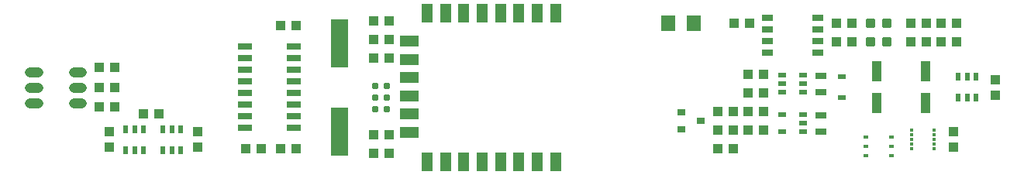
<source format=gbr>
G04 EAGLE Gerber X2 export*
%TF.Part,Single*%
%TF.FileFunction,Paste,Top*%
%TF.FilePolarity,Positive*%
%TF.GenerationSoftware,Autodesk,EAGLE,9.1.2*%
%TF.CreationDate,2018-10-14T09:57:56Z*%
G75*
%MOMM*%
%FSLAX34Y34*%
%LPD*%
%AMOC8*
5,1,8,0,0,1.08239X$1,22.5*%
G01*
%ADD10R,1.100000X1.000000*%
%ADD11R,1.000000X2.300000*%
%ADD12R,1.000000X1.100000*%
%ADD13C,0.300000*%
%ADD14R,0.830000X0.630000*%
%ADD15R,1.600000X1.800000*%
%ADD16R,1.200000X2.000000*%
%ADD17R,2.000000X1.200000*%
%ADD18R,0.900000X0.800000*%
%ADD19R,1.300000X0.700000*%
%ADD20R,0.600000X0.900000*%
%ADD21R,0.900000X0.600000*%
%ADD22R,1.524000X0.635000*%
%ADD23R,1.930400X5.334000*%
%ADD24C,0.787400*%
%ADD25C,1.100000*%
%ADD26R,1.200000X0.800000*%
%ADD27R,0.450000X0.350000*%
%ADD28R,0.600000X0.400000*%


D10*
X141360Y66040D03*
X158360Y66040D03*
D11*
X995680Y78250D03*
X995680Y112500D03*
D10*
X409820Y167640D03*
X392820Y167640D03*
D12*
X1071880Y86750D03*
X1071880Y103750D03*
D10*
X308220Y27940D03*
X291220Y27940D03*
X308220Y162560D03*
X291220Y162560D03*
X253120Y27940D03*
X270120Y27940D03*
D13*
X939610Y161600D02*
X939610Y168600D01*
X939610Y161600D02*
X932610Y161600D01*
X932610Y168600D01*
X939610Y168600D01*
X939610Y164450D02*
X932610Y164450D01*
X932610Y167300D02*
X939610Y167300D01*
X957150Y168600D02*
X957150Y161600D01*
X950150Y161600D01*
X950150Y168600D01*
X957150Y168600D01*
X957150Y164450D02*
X950150Y164450D01*
X950150Y167300D02*
X957150Y167300D01*
X939610Y148280D02*
X939610Y141280D01*
X932610Y141280D01*
X932610Y148280D01*
X939610Y148280D01*
X939610Y144130D02*
X932610Y144130D01*
X932610Y146980D02*
X939610Y146980D01*
X957150Y148280D02*
X957150Y141280D01*
X950150Y141280D01*
X950150Y148280D01*
X957150Y148280D01*
X957150Y144130D02*
X950150Y144130D01*
X950150Y146980D02*
X957150Y146980D01*
D14*
X904240Y106750D03*
X904240Y83750D03*
D15*
X714980Y165100D03*
X742980Y165100D03*
D16*
X451800Y175895D03*
X471800Y175895D03*
X491800Y175895D03*
X511800Y175895D03*
X531800Y175895D03*
X551800Y175895D03*
X571800Y175895D03*
X591800Y175895D03*
X451800Y13895D03*
X471800Y13895D03*
X491800Y13895D03*
X511800Y13895D03*
X531800Y13895D03*
X551800Y13895D03*
X571800Y13895D03*
X591800Y13895D03*
D17*
X431800Y65895D03*
X431800Y145895D03*
X431800Y125895D03*
X431800Y45895D03*
X431800Y105895D03*
X431800Y85895D03*
D18*
X729140Y67920D03*
X729140Y48920D03*
X750140Y58420D03*
D12*
X409820Y43180D03*
X392820Y43180D03*
X786520Y165100D03*
X803520Y165100D03*
X898280Y165100D03*
X915280Y165100D03*
X898280Y144780D03*
X915280Y144780D03*
X392820Y22860D03*
X409820Y22860D03*
X785740Y48260D03*
X768740Y48260D03*
X768740Y68580D03*
X785740Y68580D03*
D10*
X104140Y46600D03*
X104140Y29600D03*
X200660Y46600D03*
X200660Y29600D03*
D12*
X818760Y109220D03*
X801760Y109220D03*
X801760Y88900D03*
X818760Y88900D03*
X392820Y127000D03*
X409820Y127000D03*
X392820Y147320D03*
X409820Y147320D03*
D19*
X878400Y158750D03*
X878400Y171450D03*
X878400Y146050D03*
X878400Y133350D03*
X823400Y158750D03*
X823400Y171450D03*
X823400Y146050D03*
X823400Y133350D03*
D20*
X122580Y26600D03*
X132080Y26600D03*
X141580Y26600D03*
X141580Y49600D03*
X132080Y49600D03*
X122580Y49600D03*
X182220Y49600D03*
X172720Y49600D03*
X163220Y49600D03*
X163220Y26600D03*
X172720Y26600D03*
X182220Y26600D03*
D21*
X862400Y89560D03*
X862400Y99060D03*
X862400Y108560D03*
X839400Y108560D03*
X839400Y99060D03*
X839400Y89560D03*
D20*
X1050900Y106750D03*
X1041400Y106750D03*
X1031900Y106750D03*
X1031900Y83750D03*
X1041400Y83750D03*
X1050900Y83750D03*
D22*
X306350Y63500D03*
X252450Y88900D03*
X306350Y50800D03*
X306350Y76200D03*
X306350Y88900D03*
X252450Y76200D03*
X252450Y101600D03*
X252450Y114300D03*
X306350Y114300D03*
X252450Y139700D03*
X306350Y101600D03*
X306350Y127000D03*
X252450Y127000D03*
X306350Y139700D03*
X252450Y63500D03*
X252450Y50800D03*
D23*
X355600Y46990D03*
X355600Y143510D03*
D24*
X394970Y71120D03*
X407670Y71120D03*
X394970Y83820D03*
X407670Y83820D03*
X394970Y96520D03*
X407670Y96520D03*
D25*
X26220Y112250D02*
X17220Y112250D01*
X17220Y95250D02*
X26220Y95250D01*
X26220Y78250D02*
X17220Y78250D01*
X65220Y78250D02*
X74220Y78250D01*
X74220Y95250D02*
X65220Y95250D01*
X65220Y112250D02*
X74220Y112250D01*
D12*
X110100Y73660D03*
X93100Y73660D03*
X110100Y116840D03*
X93100Y116840D03*
X110100Y95250D03*
X93100Y95250D03*
X996560Y165100D03*
X979560Y165100D03*
X1029580Y165100D03*
X1012580Y165100D03*
X996560Y144780D03*
X979560Y144780D03*
X1029580Y144780D03*
X1012580Y144780D03*
X1026160Y29600D03*
X1026160Y46600D03*
X785740Y27940D03*
X768740Y27940D03*
D21*
X862400Y46380D03*
X862400Y55880D03*
X862400Y65380D03*
X839400Y65380D03*
X839400Y46380D03*
D26*
X881380Y64880D03*
X881380Y46880D03*
D12*
X818760Y48260D03*
X801760Y48260D03*
X801760Y68580D03*
X818760Y68580D03*
D11*
X942340Y78250D03*
X942340Y112500D03*
D26*
X881380Y108060D03*
X881380Y90060D03*
D27*
X1005390Y28100D03*
X1005390Y33100D03*
X1005390Y38100D03*
X1005390Y43100D03*
X1005390Y48100D03*
X980890Y48100D03*
X980890Y43100D03*
X980890Y38100D03*
X980890Y33100D03*
X980890Y28100D03*
D28*
X930880Y40480D03*
X930880Y30480D03*
X930880Y20480D03*
X958880Y20480D03*
X958880Y30480D03*
X958880Y40480D03*
M02*

</source>
